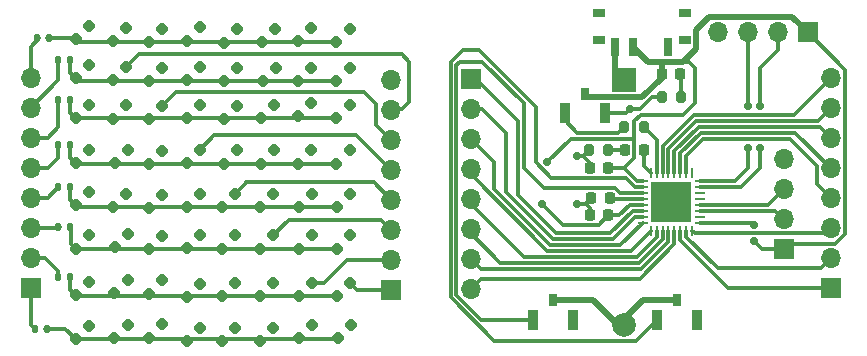
<source format=gbr>
%TF.GenerationSoftware,KiCad,Pcbnew,8.0.7*%
%TF.CreationDate,2025-04-21T23:50:55-03:00*%
%TF.ProjectId,matrixdisplay,6d617472-6978-4646-9973-706c61792e6b,rev?*%
%TF.SameCoordinates,Original*%
%TF.FileFunction,Copper,L1,Top*%
%TF.FilePolarity,Positive*%
%FSLAX46Y46*%
G04 Gerber Fmt 4.6, Leading zero omitted, Abs format (unit mm)*
G04 Created by KiCad (PCBNEW 8.0.7) date 2025-04-21 23:50:55*
%MOMM*%
%LPD*%
G01*
G04 APERTURE LIST*
G04 Aperture macros list*
%AMRoundRect*
0 Rectangle with rounded corners*
0 $1 Rounding radius*
0 $2 $3 $4 $5 $6 $7 $8 $9 X,Y pos of 4 corners*
0 Add a 4 corners polygon primitive as box body*
4,1,4,$2,$3,$4,$5,$6,$7,$8,$9,$2,$3,0*
0 Add four circle primitives for the rounded corners*
1,1,$1+$1,$2,$3*
1,1,$1+$1,$4,$5*
1,1,$1+$1,$6,$7*
1,1,$1+$1,$8,$9*
0 Add four rect primitives between the rounded corners*
20,1,$1+$1,$2,$3,$4,$5,0*
20,1,$1+$1,$4,$5,$6,$7,0*
20,1,$1+$1,$6,$7,$8,$9,0*
20,1,$1+$1,$8,$9,$2,$3,0*%
G04 Aperture macros list end*
%TA.AperFunction,SMDPad,CuDef*%
%ADD10R,1.000000X0.800000*%
%TD*%
%TA.AperFunction,SMDPad,CuDef*%
%ADD11R,0.700000X1.500000*%
%TD*%
%TA.AperFunction,SMDPad,CuDef*%
%ADD12RoundRect,0.135000X0.135000X0.185000X-0.135000X0.185000X-0.135000X-0.185000X0.135000X-0.185000X0*%
%TD*%
%TA.AperFunction,SMDPad,CuDef*%
%ADD13RoundRect,0.135000X-0.135000X-0.185000X0.135000X-0.185000X0.135000X0.185000X-0.135000X0.185000X0*%
%TD*%
%TA.AperFunction,ComponentPad*%
%ADD14O,1.700000X1.700000*%
%TD*%
%TA.AperFunction,ComponentPad*%
%ADD15R,1.700000X1.700000*%
%TD*%
%TA.AperFunction,SMDPad,CuDef*%
%ADD16RoundRect,0.218750X0.026517X-0.335876X0.335876X-0.026517X-0.026517X0.335876X-0.335876X0.026517X0*%
%TD*%
%TA.AperFunction,SMDPad,CuDef*%
%ADD17RoundRect,0.200000X0.200000X0.275000X-0.200000X0.275000X-0.200000X-0.275000X0.200000X-0.275000X0*%
%TD*%
%TA.AperFunction,SMDPad,CuDef*%
%ADD18RoundRect,0.200000X-0.200000X-0.275000X0.200000X-0.275000X0.200000X0.275000X-0.200000X0.275000X0*%
%TD*%
%TA.AperFunction,SMDPad,CuDef*%
%ADD19R,0.800000X1.100000*%
%TD*%
%TA.AperFunction,SMDPad,CuDef*%
%ADD20R,0.900000X1.700000*%
%TD*%
%TA.AperFunction,SMDPad,CuDef*%
%ADD21RoundRect,0.225000X0.225000X0.250000X-0.225000X0.250000X-0.225000X-0.250000X0.225000X-0.250000X0*%
%TD*%
%TA.AperFunction,SMDPad,CuDef*%
%ADD22RoundRect,0.062500X-0.375000X-0.062500X0.375000X-0.062500X0.375000X0.062500X-0.375000X0.062500X0*%
%TD*%
%TA.AperFunction,SMDPad,CuDef*%
%ADD23RoundRect,0.062500X-0.062500X-0.375000X0.062500X-0.375000X0.062500X0.375000X-0.062500X0.375000X0*%
%TD*%
%TA.AperFunction,HeatsinkPad*%
%ADD24R,3.450000X3.450000*%
%TD*%
%TA.AperFunction,SMDPad,CuDef*%
%ADD25RoundRect,0.218750X-0.218750X-0.256250X0.218750X-0.256250X0.218750X0.256250X-0.218750X0.256250X0*%
%TD*%
%TA.AperFunction,SMDPad,CuDef*%
%ADD26RoundRect,0.218750X0.218750X0.256250X-0.218750X0.256250X-0.218750X-0.256250X0.218750X-0.256250X0*%
%TD*%
%TA.AperFunction,ComponentPad*%
%ADD27R,2.000000X2.000000*%
%TD*%
%TA.AperFunction,ComponentPad*%
%ADD28C,2.000000*%
%TD*%
%TA.AperFunction,ViaPad*%
%ADD29C,0.700000*%
%TD*%
%TA.AperFunction,Conductor*%
%ADD30C,0.300000*%
%TD*%
%TA.AperFunction,Conductor*%
%ADD31C,0.500000*%
%TD*%
G04 APERTURE END LIST*
D10*
%TO.P,SW2,*%
%TO.N,*%
X174600000Y-77910000D03*
X174600000Y-75700000D03*
X167300000Y-77910000D03*
X167300000Y-75700000D03*
D11*
%TO.P,SW2,1,A*%
%TO.N,unconnected-(SW2-A-Pad1)*%
X173200000Y-78560000D03*
%TO.P,SW2,2,B*%
%TO.N,+3.3V*%
X170200000Y-78560000D03*
%TO.P,SW2,3,C*%
%TO.N,Net-(BT1-+)*%
X168700000Y-78560000D03*
%TD*%
D12*
%TO.P,R11,1*%
%TO.N,Net-(D11-K)*%
X120760000Y-77800000D03*
%TO.P,R11,2*%
%TO.N,Net-(J6-Pin_8)*%
X119740000Y-77800000D03*
%TD*%
%TO.P,R10,1*%
%TO.N,Net-(D12-K)*%
X122560000Y-79600000D03*
%TO.P,R10,2*%
%TO.N,Net-(J6-Pin_7)*%
X121540000Y-79600000D03*
%TD*%
%TO.P,R9,1*%
%TO.N,Net-(D13-K)*%
X122560000Y-83000000D03*
%TO.P,R9,2*%
%TO.N,Net-(J6-Pin_6)*%
X121540000Y-83000000D03*
%TD*%
%TO.P,R8,1*%
%TO.N,Net-(D14-K)*%
X122560000Y-86800000D03*
%TO.P,R8,2*%
%TO.N,Net-(J6-Pin_5)*%
X121540000Y-86800000D03*
%TD*%
D13*
%TO.P,R7,1*%
%TO.N,Net-(J6-Pin_4)*%
X121540000Y-90400000D03*
%TO.P,R7,2*%
%TO.N,Net-(D15-K)*%
X122560000Y-90400000D03*
%TD*%
%TO.P,R6,1*%
%TO.N,Net-(J6-Pin_3)*%
X121540000Y-93800000D03*
%TO.P,R6,2*%
%TO.N,Net-(D16-K)*%
X122560000Y-93800000D03*
%TD*%
%TO.P,R5,1*%
%TO.N,Net-(J6-Pin_2)*%
X121540000Y-98000000D03*
%TO.P,R5,2*%
%TO.N,Net-(D17-K)*%
X122560000Y-98000000D03*
%TD*%
%TO.P,R4,1*%
%TO.N,Net-(J6-Pin_1)*%
X119540000Y-102400000D03*
%TO.P,R4,2*%
%TO.N,Net-(D10-K)*%
X120560000Y-102400000D03*
%TD*%
D14*
%TO.P,J6,8,Pin_8*%
%TO.N,Net-(J6-Pin_8)*%
X119200000Y-81133153D03*
%TO.P,J6,7,Pin_7*%
%TO.N,Net-(J6-Pin_7)*%
X119200000Y-83673153D03*
%TO.P,J6,6,Pin_6*%
%TO.N,Net-(J6-Pin_6)*%
X119200000Y-86213153D03*
%TO.P,J6,5,Pin_5*%
%TO.N,Net-(J6-Pin_5)*%
X119200000Y-88753153D03*
%TO.P,J6,4,Pin_4*%
%TO.N,Net-(J6-Pin_4)*%
X119200000Y-91293153D03*
%TO.P,J6,3,Pin_3*%
%TO.N,Net-(J6-Pin_3)*%
X119200000Y-93833153D03*
%TO.P,J6,2,Pin_2*%
%TO.N,Net-(J6-Pin_2)*%
X119200000Y-96373153D03*
D15*
%TO.P,J6,1,Pin_1*%
%TO.N,Net-(J6-Pin_1)*%
X119200000Y-98913153D03*
%TD*%
%TO.P,J5,1,Pin_1*%
%TO.N,Net-(D38-A)*%
X149710653Y-99090000D03*
D14*
%TO.P,J5,2,Pin_2*%
%TO.N,Net-(D37-A)*%
X149710653Y-96550000D03*
%TO.P,J5,3,Pin_3*%
%TO.N,Net-(D36-A)*%
X149710653Y-94010000D03*
%TO.P,J5,4,Pin_4*%
%TO.N,Net-(D35-A)*%
X149710653Y-91470000D03*
%TO.P,J5,5,Pin_5*%
%TO.N,Net-(D27-A)*%
X149710653Y-88930000D03*
%TO.P,J5,6,Pin_6*%
%TO.N,Net-(D19-A)*%
X149710653Y-86390000D03*
%TO.P,J5,7,Pin_7*%
%TO.N,Net-(D11-A)*%
X149710653Y-83850000D03*
%TO.P,J5,8,Pin_8*%
%TO.N,Net-(D10-A)*%
X149710653Y-81310000D03*
%TD*%
D16*
%TO.P,D66,2,A*%
%TO.N,Net-(D38-A)*%
X146313694Y-102100000D03*
%TO.P,D66,1,K*%
%TO.N,Net-(D10-K)*%
X145200000Y-103213694D03*
%TD*%
%TO.P,D65,2,A*%
%TO.N,Net-(D37-A)*%
X143006847Y-102043153D03*
%TO.P,D65,1,K*%
%TO.N,Net-(D10-K)*%
X141893153Y-103156847D03*
%TD*%
%TO.P,D64,2,A*%
%TO.N,Net-(D36-A)*%
X139756847Y-102293153D03*
%TO.P,D64,1,K*%
%TO.N,Net-(D10-K)*%
X138643153Y-103406847D03*
%TD*%
%TO.P,D63,2,A*%
%TO.N,Net-(D35-A)*%
X136506847Y-102293153D03*
%TO.P,D63,1,K*%
%TO.N,Net-(D10-K)*%
X135393153Y-103406847D03*
%TD*%
%TO.P,D62,2,A*%
%TO.N,Net-(D38-A)*%
X146256847Y-98493153D03*
%TO.P,D62,1,K*%
%TO.N,Net-(D17-K)*%
X145143153Y-99606847D03*
%TD*%
%TO.P,D61,2,A*%
%TO.N,Net-(D37-A)*%
X143006847Y-98493153D03*
%TO.P,D61,1,K*%
%TO.N,Net-(D17-K)*%
X141893153Y-99606847D03*
%TD*%
%TO.P,D60,2,A*%
%TO.N,Net-(D36-A)*%
X139756847Y-98493153D03*
%TO.P,D60,1,K*%
%TO.N,Net-(D17-K)*%
X138643153Y-99606847D03*
%TD*%
%TO.P,D59,2,A*%
%TO.N,Net-(D35-A)*%
X136506847Y-98493153D03*
%TO.P,D59,1,K*%
%TO.N,Net-(D17-K)*%
X135393153Y-99606847D03*
%TD*%
%TO.P,D58,2,A*%
%TO.N,Net-(D38-A)*%
X146256847Y-94493153D03*
%TO.P,D58,1,K*%
%TO.N,Net-(D16-K)*%
X145143153Y-95606847D03*
%TD*%
%TO.P,D57,2,A*%
%TO.N,Net-(D37-A)*%
X143006847Y-94493153D03*
%TO.P,D57,1,K*%
%TO.N,Net-(D16-K)*%
X141893153Y-95606847D03*
%TD*%
%TO.P,D56,2,A*%
%TO.N,Net-(D36-A)*%
X139756847Y-94493153D03*
%TO.P,D56,1,K*%
%TO.N,Net-(D16-K)*%
X138643153Y-95606847D03*
%TD*%
%TO.P,D55,2,A*%
%TO.N,Net-(D35-A)*%
X136506847Y-94493153D03*
%TO.P,D55,1,K*%
%TO.N,Net-(D16-K)*%
X135393153Y-95606847D03*
%TD*%
%TO.P,D54,2,A*%
%TO.N,Net-(D38-A)*%
X146256847Y-90993153D03*
%TO.P,D54,1,K*%
%TO.N,Net-(D15-K)*%
X145143153Y-92106847D03*
%TD*%
%TO.P,D53,2,A*%
%TO.N,Net-(D37-A)*%
X143006847Y-90993153D03*
%TO.P,D53,1,K*%
%TO.N,Net-(D15-K)*%
X141893153Y-92106847D03*
%TD*%
%TO.P,D52,2,A*%
%TO.N,Net-(D36-A)*%
X139756847Y-90993153D03*
%TO.P,D52,1,K*%
%TO.N,Net-(D15-K)*%
X138643153Y-92106847D03*
%TD*%
%TO.P,D51,2,A*%
%TO.N,Net-(D35-A)*%
X136506847Y-90993153D03*
%TO.P,D51,1,K*%
%TO.N,Net-(D15-K)*%
X135393153Y-92106847D03*
%TD*%
%TO.P,D50,2,A*%
%TO.N,Net-(D38-A)*%
X146200000Y-87300000D03*
%TO.P,D50,1,K*%
%TO.N,Net-(D14-K)*%
X145086306Y-88413694D03*
%TD*%
%TO.P,D49,2,A*%
%TO.N,Net-(D37-A)*%
X142950000Y-87300000D03*
%TO.P,D49,1,K*%
%TO.N,Net-(D14-K)*%
X141836306Y-88413694D03*
%TD*%
%TO.P,D48,2,A*%
%TO.N,Net-(D36-A)*%
X139813694Y-87300000D03*
%TO.P,D48,1,K*%
%TO.N,Net-(D14-K)*%
X138700000Y-88413694D03*
%TD*%
%TO.P,D47,2,A*%
%TO.N,Net-(D35-A)*%
X136700000Y-87300000D03*
%TO.P,D47,1,K*%
%TO.N,Net-(D14-K)*%
X135586306Y-88413694D03*
%TD*%
%TO.P,D46,2,A*%
%TO.N,Net-(D38-A)*%
X146200000Y-83443153D03*
%TO.P,D46,1,K*%
%TO.N,Net-(D13-K)*%
X145086306Y-84556847D03*
%TD*%
%TO.P,D45,2,A*%
%TO.N,Net-(D37-A)*%
X142950000Y-83300000D03*
%TO.P,D45,1,K*%
%TO.N,Net-(D13-K)*%
X141836306Y-84413694D03*
%TD*%
%TO.P,D44,2,A*%
%TO.N,Net-(D36-A)*%
X139813694Y-83436306D03*
%TO.P,D44,1,K*%
%TO.N,Net-(D13-K)*%
X138700000Y-84550000D03*
%TD*%
%TO.P,D43,2,A*%
%TO.N,Net-(D35-A)*%
X136700000Y-83550000D03*
%TO.P,D43,1,K*%
%TO.N,Net-(D13-K)*%
X135586306Y-84663694D03*
%TD*%
%TO.P,D42,2,A*%
%TO.N,Net-(D38-A)*%
X146200000Y-80300000D03*
%TO.P,D42,1,K*%
%TO.N,Net-(D12-K)*%
X145086306Y-81413694D03*
%TD*%
%TO.P,D41,2,A*%
%TO.N,Net-(D37-A)*%
X142950000Y-80300000D03*
%TO.P,D41,1,K*%
%TO.N,Net-(D12-K)*%
X141836306Y-81413694D03*
%TD*%
%TO.P,D40,2,A*%
%TO.N,Net-(D36-A)*%
X139950000Y-80300000D03*
%TO.P,D40,1,K*%
%TO.N,Net-(D12-K)*%
X138836306Y-81413694D03*
%TD*%
%TO.P,D39,2,A*%
%TO.N,Net-(D35-A)*%
X136700000Y-80300000D03*
%TO.P,D39,1,K*%
%TO.N,Net-(D12-K)*%
X135586306Y-81413694D03*
%TD*%
%TO.P,D38,1,K*%
%TO.N,Net-(D11-K)*%
X145086306Y-78106846D03*
%TO.P,D38,2,A*%
%TO.N,Net-(D38-A)*%
X146200000Y-76993152D03*
%TD*%
%TO.P,D37,1,K*%
%TO.N,Net-(D11-K)*%
X141836306Y-78050000D03*
%TO.P,D37,2,A*%
%TO.N,Net-(D37-A)*%
X142950000Y-76936306D03*
%TD*%
%TO.P,D36,1,K*%
%TO.N,Net-(D11-K)*%
X138774458Y-78106847D03*
%TO.P,D36,2,A*%
%TO.N,Net-(D36-A)*%
X139888152Y-76993153D03*
%TD*%
%TO.P,D35,2,A*%
%TO.N,Net-(D35-A)*%
X136700000Y-77050000D03*
%TO.P,D35,1,K*%
%TO.N,Net-(D11-K)*%
X135586306Y-78163694D03*
%TD*%
%TO.P,D34,2,A*%
%TO.N,Net-(D27-A)*%
X133506847Y-102316847D03*
%TO.P,D34,1,K*%
%TO.N,Net-(D10-K)*%
X132393153Y-103430541D03*
%TD*%
%TO.P,D33,2,A*%
%TO.N,Net-(D27-A)*%
X133506847Y-98581847D03*
%TO.P,D33,1,K*%
%TO.N,Net-(D17-K)*%
X132393153Y-99695541D03*
%TD*%
%TO.P,D32,2,A*%
%TO.N,Net-(D27-A)*%
X133506847Y-94460000D03*
%TO.P,D32,1,K*%
%TO.N,Net-(D16-K)*%
X132393153Y-95573694D03*
%TD*%
%TO.P,D31,2,A*%
%TO.N,Net-(D27-A)*%
X133506847Y-90960000D03*
%TO.P,D31,1,K*%
%TO.N,Net-(D15-K)*%
X132393153Y-92073694D03*
%TD*%
%TO.P,D30,2,A*%
%TO.N,Net-(D27-A)*%
X133506847Y-87230000D03*
%TO.P,D30,1,K*%
%TO.N,Net-(D14-K)*%
X132393153Y-88343694D03*
%TD*%
%TO.P,D29,2,A*%
%TO.N,Net-(D27-A)*%
X133506847Y-83455000D03*
%TO.P,D29,1,K*%
%TO.N,Net-(D13-K)*%
X132393153Y-84568694D03*
%TD*%
%TO.P,D28,2,A*%
%TO.N,Net-(D27-A)*%
X133506847Y-80210000D03*
%TO.P,D28,1,K*%
%TO.N,Net-(D12-K)*%
X132393153Y-81323694D03*
%TD*%
%TO.P,D27,2,A*%
%TO.N,Net-(D27-A)*%
X133506847Y-76885000D03*
%TO.P,D27,1,K*%
%TO.N,Net-(D11-K)*%
X132393153Y-77998694D03*
%TD*%
%TO.P,D26,2,A*%
%TO.N,Net-(D19-A)*%
X130351194Y-102035000D03*
%TO.P,D26,1,K*%
%TO.N,Net-(D10-K)*%
X129237500Y-103148694D03*
%TD*%
%TO.P,D25,2,A*%
%TO.N,Net-(D19-A)*%
X130351194Y-98300000D03*
%TO.P,D25,1,K*%
%TO.N,Net-(D17-K)*%
X129237500Y-99413694D03*
%TD*%
%TO.P,D24,1,K*%
%TO.N,Net-(D16-K)*%
X129237500Y-95671847D03*
%TO.P,D24,2,A*%
%TO.N,Net-(D19-A)*%
X130351194Y-94558153D03*
%TD*%
%TO.P,D23,2,A*%
%TO.N,Net-(D19-A)*%
X130351194Y-91058153D03*
%TO.P,D23,1,K*%
%TO.N,Net-(D15-K)*%
X129237500Y-92171847D03*
%TD*%
%TO.P,D22,2,A*%
%TO.N,Net-(D19-A)*%
X130351194Y-87328153D03*
%TO.P,D22,1,K*%
%TO.N,Net-(D14-K)*%
X129237500Y-88441847D03*
%TD*%
%TO.P,D21,2,A*%
%TO.N,Net-(D19-A)*%
X130351194Y-83553153D03*
%TO.P,D21,1,K*%
%TO.N,Net-(D13-K)*%
X129237500Y-84666847D03*
%TD*%
%TO.P,D20,2,A*%
%TO.N,Net-(D19-A)*%
X130351194Y-80308153D03*
%TO.P,D20,1,K*%
%TO.N,Net-(D12-K)*%
X129237500Y-81421847D03*
%TD*%
%TO.P,D19,2,A*%
%TO.N,Net-(D19-A)*%
X130351194Y-76983153D03*
%TO.P,D19,1,K*%
%TO.N,Net-(D11-K)*%
X129237500Y-78096847D03*
%TD*%
%TO.P,D18,2,A*%
%TO.N,Net-(D11-A)*%
X127406847Y-102043153D03*
%TO.P,D18,1,K*%
%TO.N,Net-(D10-K)*%
X126293153Y-103156847D03*
%TD*%
%TO.P,D17,2,A*%
%TO.N,Net-(D11-A)*%
X127406847Y-98243153D03*
%TO.P,D17,1,K*%
%TO.N,Net-(D17-K)*%
X126293153Y-99356847D03*
%TD*%
%TO.P,D16,2,A*%
%TO.N,Net-(D11-A)*%
X127449347Y-94353153D03*
%TO.P,D16,1,K*%
%TO.N,Net-(D16-K)*%
X126335653Y-95466847D03*
%TD*%
%TO.P,D15,1,K*%
%TO.N,Net-(D15-K)*%
X126143153Y-92106847D03*
%TO.P,D15,2,A*%
%TO.N,Net-(D11-A)*%
X127256847Y-90993153D03*
%TD*%
%TO.P,D14,2,A*%
%TO.N,Net-(D11-A)*%
X127449347Y-87243153D03*
%TO.P,D14,1,K*%
%TO.N,Net-(D14-K)*%
X126335653Y-88356847D03*
%TD*%
%TO.P,D13,2,A*%
%TO.N,Net-(D11-A)*%
X127256847Y-83493153D03*
%TO.P,D13,1,K*%
%TO.N,Net-(D13-K)*%
X126143153Y-84606847D03*
%TD*%
%TO.P,D12,2,A*%
%TO.N,Net-(D11-A)*%
X127256847Y-80248153D03*
%TO.P,D12,1,K*%
%TO.N,Net-(D12-K)*%
X126143153Y-81361847D03*
%TD*%
%TO.P,D11,2,A*%
%TO.N,Net-(D11-A)*%
X127256847Y-76923153D03*
%TO.P,D11,1,K*%
%TO.N,Net-(D11-K)*%
X126143153Y-78036847D03*
%TD*%
%TO.P,D10,2,A*%
%TO.N,Net-(D10-A)*%
X124126194Y-102175000D03*
%TO.P,D10,1,K*%
%TO.N,Net-(D10-K)*%
X123012500Y-103288694D03*
%TD*%
%TO.P,D9,2,A*%
%TO.N,Net-(D10-A)*%
X124126194Y-98440000D03*
%TO.P,D9,1,K*%
%TO.N,Net-(D17-K)*%
X123012500Y-99553694D03*
%TD*%
%TO.P,D8,2,A*%
%TO.N,Net-(D10-A)*%
X124126194Y-94493153D03*
%TO.P,D8,1,K*%
%TO.N,Net-(D16-K)*%
X123012500Y-95606847D03*
%TD*%
%TO.P,D7,2,A*%
%TO.N,Net-(D10-A)*%
X124126194Y-90818153D03*
%TO.P,D7,1,K*%
%TO.N,Net-(D15-K)*%
X123012500Y-91931847D03*
%TD*%
%TO.P,D6,2,A*%
%TO.N,Net-(D10-A)*%
X124126194Y-87243153D03*
%TO.P,D6,1,K*%
%TO.N,Net-(D14-K)*%
X123012500Y-88356847D03*
%TD*%
%TO.P,D5,2,A*%
%TO.N,Net-(D10-A)*%
X124126194Y-83443153D03*
%TO.P,D5,1,K*%
%TO.N,Net-(D13-K)*%
X123012500Y-84556847D03*
%TD*%
%TO.P,D4,2,A*%
%TO.N,Net-(D10-A)*%
X124126194Y-80068153D03*
%TO.P,D4,1,K*%
%TO.N,Net-(D12-K)*%
X123012500Y-81181847D03*
%TD*%
%TO.P,D3,2,A*%
%TO.N,Net-(D10-A)*%
X124126194Y-76743153D03*
%TO.P,D3,1,K*%
%TO.N,Net-(D11-K)*%
X123012500Y-77856847D03*
%TD*%
D14*
%TO.P,J3,4,Pin_4*%
%TO.N,GND*%
X177370000Y-77300000D03*
%TO.P,J3,3,Pin_3*%
%TO.N,Net-(J3-Pin_3)*%
X179910000Y-77300000D03*
%TO.P,J3,2,Pin_2*%
%TO.N,Net-(J3-Pin_2)*%
X182450000Y-77300000D03*
D15*
%TO.P,J3,1,Pin_1*%
%TO.N,+3.3V*%
X184990000Y-77300000D03*
%TD*%
D14*
%TO.P,J2,8,Pin_8*%
%TO.N,Net-(J2-Pin_8)*%
X186950000Y-81180000D03*
%TO.P,J2,7,Pin_7*%
%TO.N,Net-(J2-Pin_7)*%
X186950000Y-83720000D03*
%TO.P,J2,6,Pin_6*%
%TO.N,Net-(J2-Pin_6)*%
X186950000Y-86260000D03*
%TO.P,J2,5,Pin_5*%
%TO.N,Net-(J2-Pin_5)*%
X186950000Y-88800000D03*
%TO.P,J2,4,Pin_4*%
%TO.N,Net-(J2-Pin_4)*%
X186950000Y-91340000D03*
%TO.P,J2,3,Pin_3*%
%TO.N,Net-(J2-Pin_3)*%
X186950000Y-93880000D03*
%TO.P,J2,2,Pin_2*%
%TO.N,Net-(J2-Pin_2)*%
X186950000Y-96420000D03*
D15*
%TO.P,J2,1,Pin_1*%
%TO.N,Net-(J2-Pin_1)*%
X186950000Y-98960000D03*
%TD*%
D17*
%TO.P,R2,1*%
%TO.N,Net-(D1-K)*%
X174275000Y-82800000D03*
%TO.P,R2,2*%
%TO.N,GND*%
X172625000Y-82800000D03*
%TD*%
D18*
%TO.P,R3,2*%
%TO.N,Net-(D2-K)*%
X168100000Y-87300000D03*
%TO.P,R3,1*%
%TO.N,GND*%
X166450000Y-87300000D03*
%TD*%
D19*
%TO.P,SW1,3,C*%
%TO.N,+3.3V*%
X166100000Y-82480000D03*
D20*
%TO.P,SW1,2,B*%
%TO.N,Net-(SW1-B)*%
X164400000Y-84120000D03*
%TO.P,SW1,1,A*%
%TO.N,GND*%
X167800000Y-84120000D03*
%TD*%
D21*
%TO.P,C3,2*%
%TO.N,GND*%
X166675000Y-91300000D03*
%TO.P,C3,1*%
%TO.N,Net-(U1-NRST)*%
X168225000Y-91300000D03*
%TD*%
D18*
%TO.P,R1,2*%
%TO.N,Net-(U1-BOOT0)*%
X171100000Y-85300000D03*
%TO.P,R1,1*%
%TO.N,Net-(SW1-B)*%
X169450000Y-85300000D03*
%TD*%
D19*
%TO.P,SW3,3,C*%
%TO.N,GND*%
X173950000Y-99980000D03*
D20*
%TO.P,SW3,2,B*%
%TO.N,Net-(SW3-B)*%
X172250000Y-101620000D03*
%TO.P,SW3,1,A*%
%TO.N,unconnected-(SW3-A-Pad1)*%
X175650000Y-101620000D03*
%TD*%
D22*
%TO.P,U1,1,VDD*%
%TO.N,+3.3V*%
X171012500Y-89900000D03*
%TO.P,U1,2,PF0*%
%TO.N,Net-(SW3-B)*%
X171012500Y-90400000D03*
%TO.P,U1,3,PF1*%
%TO.N,Net-(SW4-B)*%
X171012500Y-90900000D03*
%TO.P,U1,4,NRST*%
%TO.N,Net-(U1-NRST)*%
X171012500Y-91400000D03*
%TO.P,U1,5,VDDA*%
%TO.N,+3.3V*%
X171012500Y-91900000D03*
%TO.P,U1,6,PA0*%
%TO.N,Net-(J1-Pin_1)*%
X171012500Y-92400000D03*
%TO.P,U1,7,PA1*%
%TO.N,Net-(J1-Pin_2)*%
X171012500Y-92900000D03*
%TO.P,U1,8,PA2*%
%TO.N,Net-(J1-Pin_3)*%
X171012500Y-93400000D03*
D23*
%TO.P,U1,9,PA3*%
%TO.N,Net-(J1-Pin_4)*%
X171700000Y-94087500D03*
%TO.P,U1,10,PA4*%
%TO.N,Net-(J1-Pin_5)*%
X172200000Y-94087500D03*
%TO.P,U1,11,PA5*%
%TO.N,Net-(J1-Pin_6)*%
X172700000Y-94087500D03*
%TO.P,U1,12,PA6*%
%TO.N,Net-(J1-Pin_7)*%
X173200000Y-94087500D03*
%TO.P,U1,13,PA7*%
%TO.N,Net-(J1-Pin_8)*%
X173700000Y-94087500D03*
%TO.P,U1,14,PB0*%
%TO.N,Net-(J2-Pin_1)*%
X174200000Y-94087500D03*
%TO.P,U1,15,PB1*%
%TO.N,Net-(J2-Pin_2)*%
X174700000Y-94087500D03*
%TO.P,U1,16,PB2*%
%TO.N,Net-(J2-Pin_3)*%
X175200000Y-94087500D03*
D22*
%TO.P,U1,17,VDD*%
%TO.N,+3.3V*%
X175887500Y-93400000D03*
%TO.P,U1,18,PA8*%
%TO.N,unconnected-(U1-PA8-Pad18)*%
X175887500Y-92900000D03*
%TO.P,U1,19,PA9*%
%TO.N,Net-(J4-Pin_2)*%
X175887500Y-92400000D03*
%TO.P,U1,20,PA10*%
%TO.N,Net-(J4-Pin_3)*%
X175887500Y-91900000D03*
%TO.P,U1,21,PA11*%
%TO.N,unconnected-(U1-PA11-Pad21)*%
X175887500Y-91400000D03*
%TO.P,U1,22,PA12*%
%TO.N,unconnected-(U1-PA12-Pad22)*%
X175887500Y-90900000D03*
%TO.P,U1,23,PA13*%
%TO.N,Net-(J3-Pin_2)*%
X175887500Y-90400000D03*
%TO.P,U1,24,PA14*%
%TO.N,Net-(J3-Pin_3)*%
X175887500Y-89900000D03*
D23*
%TO.P,U1,25,PA15*%
%TO.N,unconnected-(U1-PA15-Pad25)*%
X175200000Y-89212500D03*
%TO.P,U1,26,PB3*%
%TO.N,Net-(J2-Pin_4)*%
X174700000Y-89212500D03*
%TO.P,U1,27,PB4*%
%TO.N,Net-(J2-Pin_5)*%
X174200000Y-89212500D03*
%TO.P,U1,28,PB5*%
%TO.N,Net-(J2-Pin_6)*%
X173700000Y-89212500D03*
%TO.P,U1,29,PB6*%
%TO.N,Net-(J2-Pin_7)*%
X173200000Y-89212500D03*
%TO.P,U1,30,PB7*%
%TO.N,Net-(J2-Pin_8)*%
X172700000Y-89212500D03*
%TO.P,U1,31,BOOT0*%
%TO.N,Net-(U1-BOOT0)*%
X172200000Y-89212500D03*
%TO.P,U1,32,PB8*%
%TO.N,Net-(D2-A)*%
X171700000Y-89212500D03*
D24*
%TO.P,U1,33,VSS*%
%TO.N,GND*%
X173450000Y-91650000D03*
%TD*%
D15*
%TO.P,J1,1,Pin_1*%
%TO.N,Net-(J1-Pin_1)*%
X156450000Y-81260000D03*
D14*
%TO.P,J1,2,Pin_2*%
%TO.N,Net-(J1-Pin_2)*%
X156450000Y-83800000D03*
%TO.P,J1,3,Pin_3*%
%TO.N,Net-(J1-Pin_3)*%
X156450000Y-86340000D03*
%TO.P,J1,4,Pin_4*%
%TO.N,Net-(J1-Pin_4)*%
X156450000Y-88880000D03*
%TO.P,J1,5,Pin_5*%
%TO.N,Net-(J1-Pin_5)*%
X156450000Y-91420000D03*
%TO.P,J1,6,Pin_6*%
%TO.N,Net-(J1-Pin_6)*%
X156450000Y-93960000D03*
%TO.P,J1,7,Pin_7*%
%TO.N,Net-(J1-Pin_7)*%
X156450000Y-96500000D03*
%TO.P,J1,8,Pin_8*%
%TO.N,Net-(J1-Pin_8)*%
X156450000Y-99040000D03*
%TD*%
D21*
%TO.P,C1,2*%
%TO.N,GND*%
X166550000Y-88800000D03*
%TO.P,C1,1*%
%TO.N,+3.3V*%
X168100000Y-88800000D03*
%TD*%
D14*
%TO.P,J4,4,Pin_4*%
%TO.N,GND*%
X182950000Y-88020000D03*
%TO.P,J4,3,Pin_3*%
%TO.N,Net-(J4-Pin_3)*%
X182950000Y-90560000D03*
%TO.P,J4,2,Pin_2*%
%TO.N,Net-(J4-Pin_2)*%
X182950000Y-93100000D03*
D15*
%TO.P,J4,1,Pin_1*%
%TO.N,+3.3V*%
X182950000Y-95640000D03*
%TD*%
D25*
%TO.P,D2,2,A*%
%TO.N,Net-(D2-A)*%
X171100000Y-87300000D03*
%TO.P,D2,1,K*%
%TO.N,Net-(D2-K)*%
X169525000Y-87300000D03*
%TD*%
D21*
%TO.P,C2,2*%
%TO.N,GND*%
X166550000Y-92800000D03*
%TO.P,C2,1*%
%TO.N,+3.3V*%
X168100000Y-92800000D03*
%TD*%
D26*
%TO.P,D1,1,K*%
%TO.N,Net-(D1-K)*%
X174200000Y-80800000D03*
%TO.P,D1,2,A*%
%TO.N,+3.3V*%
X172625000Y-80800000D03*
%TD*%
D19*
%TO.P,SW4,3,C*%
%TO.N,GND*%
X163450000Y-99980000D03*
D20*
%TO.P,SW4,2,B*%
%TO.N,Net-(SW4-B)*%
X161750000Y-101620000D03*
%TO.P,SW4,1,A*%
%TO.N,unconnected-(SW4-A-Pad1)*%
X165150000Y-101620000D03*
%TD*%
D27*
%TO.P,BT1,1,+*%
%TO.N,Net-(BT1-+)*%
X169450000Y-81300000D03*
D28*
%TO.P,BT1,2,-*%
%TO.N,GND*%
X169450000Y-102100000D03*
%TD*%
D29*
%TO.N,Net-(D38-A)*%
X146313694Y-102100000D03*
%TO.N,Net-(D37-A)*%
X143006847Y-102043153D03*
%TO.N,Net-(D36-A)*%
X139756847Y-102293153D03*
%TO.N,Net-(D35-A)*%
X136506847Y-102293153D03*
%TO.N,Net-(D27-A)*%
X133506847Y-102316847D03*
%TO.N,Net-(D19-A)*%
X130351194Y-102035000D03*
%TO.N,Net-(D11-A)*%
X127406847Y-102043153D03*
%TO.N,Net-(D10-A)*%
X124126194Y-102175000D03*
%TO.N,Net-(D11-A)*%
X127406847Y-98243153D03*
%TO.N,Net-(D38-A)*%
X146256847Y-98493153D03*
%TO.N,Net-(D37-A)*%
X143006847Y-98493153D03*
%TO.N,Net-(D36-A)*%
X139756847Y-98493153D03*
%TO.N,Net-(D35-A)*%
X136506847Y-98493153D03*
%TO.N,Net-(D27-A)*%
X133506847Y-98581847D03*
%TO.N,Net-(D19-A)*%
X130351194Y-98300000D03*
%TO.N,Net-(D10-A)*%
X124126194Y-98440000D03*
X124126194Y-94493153D03*
%TO.N,Net-(D11-A)*%
X127449347Y-94353153D03*
%TO.N,Net-(D19-A)*%
X130351194Y-94558153D03*
%TO.N,Net-(D27-A)*%
X133506847Y-94460000D03*
%TO.N,Net-(D35-A)*%
X136506847Y-94493153D03*
%TO.N,Net-(D36-A)*%
X139756847Y-94493153D03*
%TO.N,Net-(D37-A)*%
X143006847Y-94493153D03*
%TO.N,Net-(D38-A)*%
X146256847Y-94493153D03*
X146256847Y-90993153D03*
%TO.N,Net-(D37-A)*%
X143006847Y-90993153D03*
%TO.N,Net-(D36-A)*%
X139756847Y-90993153D03*
%TO.N,Net-(D35-A)*%
X136506847Y-90993153D03*
%TO.N,Net-(D27-A)*%
X133506847Y-90960000D03*
%TO.N,Net-(D19-A)*%
X130351194Y-91058153D03*
%TO.N,Net-(D11-A)*%
X127256847Y-90993153D03*
%TO.N,Net-(D10-A)*%
X124126194Y-90818153D03*
X124126194Y-87243153D03*
%TO.N,Net-(D11-A)*%
X127449347Y-87243153D03*
%TO.N,Net-(D19-A)*%
X130351194Y-87328153D03*
%TO.N,Net-(D27-A)*%
X133506847Y-87230000D03*
%TO.N,Net-(D35-A)*%
X136700000Y-87300000D03*
%TO.N,Net-(D36-A)*%
X139813694Y-87300000D03*
%TO.N,Net-(D37-A)*%
X142950000Y-87300000D03*
%TO.N,Net-(D38-A)*%
X146200000Y-87300000D03*
X146200000Y-83443153D03*
%TO.N,Net-(D37-A)*%
X142950000Y-83300000D03*
%TO.N,Net-(D36-A)*%
X139813694Y-83436306D03*
%TO.N,Net-(D35-A)*%
X136700000Y-83550000D03*
%TO.N,Net-(D27-A)*%
X133506847Y-83455000D03*
%TO.N,Net-(D19-A)*%
X130351194Y-83553153D03*
%TO.N,Net-(D11-A)*%
X127256847Y-83493153D03*
%TO.N,Net-(D10-A)*%
X124126194Y-83443153D03*
X124126194Y-80068153D03*
%TO.N,Net-(D11-A)*%
X127256847Y-80248153D03*
%TO.N,Net-(D19-A)*%
X130351194Y-80308153D03*
%TO.N,Net-(D35-A)*%
X136700000Y-80300000D03*
%TO.N,Net-(D27-A)*%
X133506847Y-80210000D03*
%TO.N,Net-(D36-A)*%
X139950000Y-80300000D03*
%TO.N,Net-(D37-A)*%
X142950000Y-80300000D03*
%TO.N,Net-(D38-A)*%
X146200000Y-80300000D03*
X146200000Y-76993152D03*
%TO.N,Net-(D37-A)*%
X142950000Y-76936306D03*
%TO.N,Net-(D36-A)*%
X139888152Y-76993153D03*
%TO.N,Net-(D35-A)*%
X136700000Y-77050000D03*
%TO.N,Net-(D27-A)*%
X133506847Y-76885000D03*
%TO.N,Net-(D19-A)*%
X130351194Y-76983153D03*
%TO.N,Net-(D11-A)*%
X127256847Y-76923153D03*
%TO.N,Net-(D10-A)*%
X124126194Y-76743153D03*
%TO.N,+3.3V*%
X162450000Y-91800000D03*
X162950000Y-88300000D03*
X180450000Y-95000000D03*
X180450000Y-93600000D03*
%TO.N,Net-(J3-Pin_2)*%
X180950000Y-87050000D03*
%TO.N,Net-(J3-Pin_3)*%
X179950000Y-87050000D03*
X179910000Y-83550000D03*
%TO.N,Net-(J3-Pin_2)*%
X180950000Y-83550000D03*
%TO.N,GND*%
X173450000Y-91650000D03*
X165450000Y-91800000D03*
X165450000Y-87800000D03*
X169950000Y-83800000D03*
%TD*%
D30*
%TO.N,Net-(J6-Pin_1)*%
X119200000Y-102060000D02*
X119540000Y-102400000D01*
X119200000Y-98913153D02*
X119200000Y-102060000D01*
%TO.N,Net-(J6-Pin_2)*%
X121540000Y-97490000D02*
X121540000Y-98000000D01*
X120423153Y-96373153D02*
X121540000Y-97490000D01*
X119200000Y-96373153D02*
X120423153Y-96373153D01*
%TO.N,Net-(D17-K)*%
X122560000Y-98000000D02*
X122560000Y-99101194D01*
X122560000Y-99101194D02*
X123012500Y-99553694D01*
%TO.N,Net-(D16-K)*%
X122650000Y-95244347D02*
X123012500Y-95606847D01*
X122650000Y-93890000D02*
X122650000Y-95244347D01*
X122560000Y-93800000D02*
X122650000Y-93890000D01*
%TO.N,Net-(D15-K)*%
X122560000Y-90400000D02*
X122560000Y-91479347D01*
X122560000Y-91479347D02*
X123012500Y-91931847D01*
%TO.N,Net-(J6-Pin_6)*%
X121540000Y-85310000D02*
X121540000Y-83000000D01*
X120636847Y-86213153D02*
X121540000Y-85310000D01*
X119200000Y-86213153D02*
X120636847Y-86213153D01*
%TO.N,Net-(J6-Pin_4)*%
X120646847Y-91293153D02*
X121540000Y-90400000D01*
X119200000Y-91293153D02*
X120646847Y-91293153D01*
%TO.N,Net-(D14-K)*%
X122560000Y-86800000D02*
X122560000Y-87904347D01*
X122560000Y-87904347D02*
X123012500Y-88356847D01*
%TO.N,Net-(J6-Pin_5)*%
X121540000Y-87910000D02*
X121540000Y-86800000D01*
X119200000Y-88753153D02*
X120696847Y-88753153D01*
X120696847Y-88753153D02*
X121540000Y-87910000D01*
%TO.N,Net-(D13-K)*%
X122560000Y-83000000D02*
X122560000Y-84104347D01*
X122560000Y-84104347D02*
X123012500Y-84556847D01*
%TO.N,Net-(D12-K)*%
X122560000Y-80729347D02*
X123012500Y-81181847D01*
X122560000Y-79600000D02*
X122560000Y-80729347D01*
%TO.N,Net-(D13-K)*%
X123012500Y-84556847D02*
X145086306Y-84556847D01*
%TO.N,Net-(D14-K)*%
X123069347Y-88413694D02*
X123012500Y-88356847D01*
X145086306Y-88413694D02*
X123069347Y-88413694D01*
%TO.N,Net-(D15-K)*%
X123187500Y-92106847D02*
X145143153Y-92106847D01*
X123012500Y-91931847D02*
X123187500Y-92106847D01*
%TO.N,Net-(D16-K)*%
X123012500Y-95606847D02*
X145143153Y-95606847D01*
%TO.N,Net-(D17-K)*%
X122863694Y-99600000D02*
X122856847Y-99606847D01*
X145136306Y-99600000D02*
X122863694Y-99600000D01*
X145143153Y-99606847D02*
X145136306Y-99600000D01*
%TO.N,Net-(D11-K)*%
X122955653Y-77800000D02*
X123012500Y-77856847D01*
X120570000Y-77800000D02*
X122955653Y-77800000D01*
%TO.N,Net-(D10-K)*%
X122123806Y-102400000D02*
X123012500Y-103288694D01*
X120370000Y-102400000D02*
X122123806Y-102400000D01*
%TO.N,Net-(J6-Pin_3)*%
X121616847Y-93833153D02*
X121650000Y-93800000D01*
X119200000Y-93833153D02*
X121616847Y-93833153D01*
%TO.N,Net-(J6-Pin_7)*%
X121530000Y-81320000D02*
X121530000Y-80000000D01*
X121450000Y-81400000D02*
X121530000Y-81320000D01*
X121450000Y-81423153D02*
X121450000Y-81400000D01*
X119200000Y-83673153D02*
X121450000Y-81423153D01*
%TO.N,Net-(J6-Pin_8)*%
X119200000Y-81133153D02*
X119200000Y-78530000D01*
X119200000Y-78530000D02*
X119930000Y-77800000D01*
%TO.N,Net-(D37-A)*%
X144056847Y-98493153D02*
X146000000Y-96550000D01*
X143006847Y-98493153D02*
X144056847Y-98493153D01*
X146000000Y-96550000D02*
X149710653Y-96550000D01*
%TO.N,Net-(D38-A)*%
X146853694Y-99090000D02*
X146256847Y-98493153D01*
X149710653Y-99090000D02*
X146853694Y-99090000D01*
%TO.N,Net-(D36-A)*%
X148900653Y-93200000D02*
X149710653Y-94010000D01*
X141050000Y-93200000D02*
X148900653Y-93200000D01*
X139756847Y-94493153D02*
X141050000Y-93200000D01*
%TO.N,Net-(D35-A)*%
X137450000Y-90050000D02*
X136506847Y-90993153D01*
X148240653Y-90000000D02*
X137450000Y-90000000D01*
X137450000Y-90000000D02*
X137450000Y-90050000D01*
X149710653Y-91470000D02*
X148240653Y-90000000D01*
%TO.N,Net-(D27-A)*%
X134736847Y-86000000D02*
X133506847Y-87230000D01*
X146780653Y-86000000D02*
X134736847Y-86000000D01*
X149710653Y-88930000D02*
X146780653Y-86000000D01*
%TO.N,Net-(D19-A)*%
X148450000Y-83400000D02*
X147441089Y-82391089D01*
X147441089Y-82391089D02*
X131513258Y-82391089D01*
X131513258Y-82391089D02*
X130351194Y-83553153D01*
X148450000Y-85129347D02*
X148450000Y-83400000D01*
X149710653Y-86390000D02*
X148450000Y-85129347D01*
%TO.N,Net-(D11-A)*%
X128345758Y-79159242D02*
X127256847Y-80248153D01*
X151250000Y-79800000D02*
X150609242Y-79159242D01*
X150650000Y-83800000D02*
X151250000Y-83200000D01*
X150609242Y-79159242D02*
X128345758Y-79159242D01*
X149760653Y-83800000D02*
X150650000Y-83800000D01*
X149710653Y-83850000D02*
X149760653Y-83800000D01*
X151250000Y-83200000D02*
X151250000Y-79800000D01*
%TO.N,Net-(D10-K)*%
X145125000Y-103288694D02*
X145200000Y-103213694D01*
X123012500Y-103288694D02*
X145125000Y-103288694D01*
%TO.N,Net-(J6-Pin_5)*%
X119539459Y-88413694D02*
X119200000Y-88753153D01*
%TO.N,Net-(D12-K)*%
X123244347Y-81413694D02*
X123012500Y-81181847D01*
X145086306Y-81413694D02*
X123244347Y-81413694D01*
%TO.N,Net-(J6-Pin_8)*%
X119736194Y-81133153D02*
X119200000Y-81133153D01*
%TO.N,Net-(D11-K)*%
X123262499Y-78106846D02*
X123012500Y-77856847D01*
X145086306Y-78106846D02*
X123262499Y-78106846D01*
X129237500Y-78096847D02*
X129746847Y-78096847D01*
X125963153Y-77856847D02*
X126143153Y-78036847D01*
%TO.N,+3.3V*%
X174967698Y-79800000D02*
X174450000Y-79800000D01*
X175450000Y-80282302D02*
X174967698Y-79800000D01*
X175450000Y-83300000D02*
X175450000Y-80282302D01*
X174450000Y-84300000D02*
X175450000Y-83300000D01*
X170841642Y-84300000D02*
X174450000Y-84300000D01*
X170312500Y-86300000D02*
X170312500Y-84829142D01*
X170312500Y-84829142D02*
X170841642Y-84300000D01*
%TO.N,Net-(D1-K)*%
X174275000Y-80875000D02*
X174200000Y-80800000D01*
X174275000Y-82800000D02*
X174275000Y-80875000D01*
%TO.N,GND*%
X171825000Y-82800000D02*
X172625000Y-82800000D01*
D31*
%TO.N,+3.3V*%
X172625000Y-79975000D02*
X172450000Y-79800000D01*
X172625000Y-80800000D02*
X172625000Y-79975000D01*
X172625000Y-81125000D02*
X172625000Y-80800000D01*
X170950000Y-82800000D02*
X172625000Y-81125000D01*
X166420000Y-82800000D02*
X166100000Y-82480000D01*
X170950000Y-82800000D02*
X166420000Y-82800000D01*
D30*
X180250000Y-93400000D02*
X180450000Y-93600000D01*
X175887500Y-93400000D02*
X180250000Y-93400000D01*
%TO.N,Net-(J3-Pin_2)*%
X180950000Y-87050000D02*
X180950000Y-86950000D01*
%TO.N,Net-(J3-Pin_3)*%
X179950000Y-87050000D02*
X179950000Y-88800000D01*
X179910000Y-83550000D02*
X179910000Y-77300000D01*
%TO.N,Net-(J3-Pin_2)*%
X180950000Y-83550000D02*
X180950000Y-80300000D01*
D31*
%TO.N,GND*%
X168950000Y-102100000D02*
X171070000Y-99980000D01*
D30*
X169630000Y-84120000D02*
X169950000Y-83800000D01*
X166550000Y-92175000D02*
X166175000Y-91800000D01*
X165950000Y-87800000D02*
X166450000Y-87300000D01*
X170825000Y-83800000D02*
X171825000Y-82800000D01*
X166175000Y-91800000D02*
X166675000Y-91300000D01*
X167800000Y-84120000D02*
X169630000Y-84120000D01*
D31*
X166830000Y-99980000D02*
X168950000Y-102100000D01*
X171070000Y-99980000D02*
X173950000Y-99980000D01*
D30*
X165450000Y-87800000D02*
X165950000Y-87800000D01*
X169950000Y-83800000D02*
X170825000Y-83800000D01*
X165450000Y-91800000D02*
X166175000Y-91800000D01*
D31*
X163450000Y-99980000D02*
X166830000Y-99980000D01*
D30*
X166550000Y-92800000D02*
X166550000Y-92175000D01*
X166550000Y-88800000D02*
X166550000Y-88400000D01*
X166550000Y-88400000D02*
X165950000Y-87800000D01*
D31*
%TO.N,Net-(BT1-+)*%
X168700000Y-78560000D02*
X168700000Y-80550000D01*
X168700000Y-80550000D02*
X169450000Y-81300000D01*
D30*
%TO.N,+3.3V*%
X164275000Y-93625000D02*
X162450000Y-91800000D01*
X181140000Y-95640000D02*
X181610000Y-95640000D01*
X182950000Y-95640000D02*
X183370000Y-95220000D01*
D31*
X172450000Y-79800000D02*
X171440000Y-79800000D01*
D30*
X183370000Y-95220000D02*
X187307057Y-95220000D01*
X164950000Y-86300000D02*
X170312500Y-86300000D01*
X188150000Y-94377057D02*
X188150000Y-80460000D01*
X169050000Y-92800000D02*
X169950000Y-91900000D01*
X169950000Y-91900000D02*
X171012500Y-91900000D01*
X162950000Y-88300000D02*
X164950000Y-86300000D01*
D31*
X184990000Y-77300000D02*
X183690000Y-76000000D01*
D30*
X180450000Y-94950000D02*
X181140000Y-95640000D01*
X169450000Y-88800000D02*
X170550000Y-89900000D01*
X170550000Y-89900000D02*
X171012500Y-89900000D01*
X168100000Y-92800000D02*
X167275000Y-93625000D01*
D31*
X171440000Y-79800000D02*
X170200000Y-78560000D01*
D30*
X188150000Y-80460000D02*
X184990000Y-77300000D01*
D31*
X175550000Y-77060000D02*
X175550000Y-78700000D01*
D30*
X181610000Y-95640000D02*
X182950000Y-95640000D01*
D31*
X170200000Y-78560000D02*
X170200000Y-79050000D01*
X176610000Y-76000000D02*
X175550000Y-77060000D01*
X174450000Y-79800000D02*
X171950000Y-79800000D01*
X183690000Y-76000000D02*
X176610000Y-76000000D01*
D30*
X167275000Y-93625000D02*
X164275000Y-93625000D01*
X170312500Y-87937500D02*
X170312500Y-86300000D01*
D31*
X175550000Y-78700000D02*
X174450000Y-79800000D01*
D30*
X169450000Y-88800000D02*
X170312500Y-87937500D01*
X168100000Y-88800000D02*
X169450000Y-88800000D01*
X187307057Y-95220000D02*
X188150000Y-94377057D01*
X168100000Y-92800000D02*
X169050000Y-92800000D01*
%TO.N,Net-(U1-NRST)*%
X168225000Y-91300000D02*
X168325000Y-91400000D01*
X168325000Y-91400000D02*
X171012500Y-91400000D01*
%TO.N,Net-(D2-A)*%
X171100000Y-88612500D02*
X171700000Y-89212500D01*
X171100000Y-87300000D02*
X171100000Y-88612500D01*
%TO.N,Net-(D2-K)*%
X169525000Y-87300000D02*
X168100000Y-87300000D01*
%TO.N,Net-(J1-Pin_4)*%
X162950000Y-95800000D02*
X169987500Y-95800000D01*
X156450000Y-88880000D02*
X156450000Y-89300000D01*
X169987500Y-95800000D02*
X171700000Y-94087500D01*
X156450000Y-89300000D02*
X162950000Y-95800000D01*
%TO.N,Net-(J1-Pin_2)*%
X170364214Y-92900000D02*
X168464214Y-94800000D01*
X159450000Y-90800000D02*
X159450000Y-85800000D01*
X157450000Y-83800000D02*
X156450000Y-83800000D01*
X168464214Y-94800000D02*
X163450000Y-94800000D01*
X159450000Y-85800000D02*
X157450000Y-83800000D01*
X163450000Y-94800000D02*
X159450000Y-90800000D01*
X171012500Y-92900000D02*
X170364214Y-92900000D01*
%TO.N,Net-(J1-Pin_5)*%
X156450000Y-91420000D02*
X156450000Y-91800000D01*
X170510096Y-96300000D02*
X172200000Y-94610096D01*
X172200000Y-94610096D02*
X172200000Y-94087500D01*
X160950000Y-96300000D02*
X170510096Y-96300000D01*
X156450000Y-91800000D02*
X160950000Y-96300000D01*
%TO.N,Net-(J1-Pin_1)*%
X171012500Y-92400000D02*
X170157106Y-92400000D01*
X170157106Y-92400000D02*
X168257106Y-94300000D01*
X160450000Y-91092894D02*
X160450000Y-84800000D01*
X160450000Y-84800000D02*
X156910000Y-81260000D01*
X163657106Y-94300000D02*
X160450000Y-91092894D01*
X156910000Y-81260000D02*
X156450000Y-81260000D01*
X168257106Y-94300000D02*
X163657106Y-94300000D01*
%TO.N,Net-(J1-Pin_3)*%
X171012500Y-93400000D02*
X169112500Y-95300000D01*
X158450000Y-88300000D02*
X156490000Y-86340000D01*
X169112500Y-95300000D02*
X163157106Y-95300000D01*
X156490000Y-86340000D02*
X156450000Y-86340000D01*
X158450000Y-90592894D02*
X158450000Y-88300000D01*
X163157106Y-95300000D02*
X158450000Y-90592894D01*
%TO.N,Net-(J1-Pin_8)*%
X173700000Y-95257106D02*
X173700000Y-94087500D01*
X157300000Y-98190000D02*
X170767106Y-98190000D01*
X156450000Y-99040000D02*
X157300000Y-98190000D01*
X170767106Y-98190000D02*
X173700000Y-95257106D01*
%TO.N,Net-(J1-Pin_6)*%
X170717203Y-96800000D02*
X172700000Y-94817203D01*
X156450000Y-93960000D02*
X156450000Y-94300000D01*
X156450000Y-94300000D02*
X158950000Y-96800000D01*
X158950000Y-96800000D02*
X170717203Y-96800000D01*
X172700000Y-94817203D02*
X172700000Y-94087500D01*
%TO.N,Net-(J1-Pin_7)*%
X173200000Y-95050000D02*
X173200000Y-94087500D01*
X156450000Y-96500000D02*
X157300000Y-97350000D01*
X170900000Y-97350000D02*
X173200000Y-95050000D01*
X157300000Y-97350000D02*
X170900000Y-97350000D01*
%TO.N,Net-(J2-Pin_5)*%
X175950000Y-85800000D02*
X174200000Y-87550000D01*
X174200000Y-87550000D02*
X174200000Y-89212500D01*
X183950000Y-85800000D02*
X175950000Y-85800000D01*
X186950000Y-88800000D02*
X183950000Y-85800000D01*
%TO.N,Net-(J2-Pin_3)*%
X186530000Y-94300000D02*
X175412500Y-94300000D01*
X186950000Y-93880000D02*
X186530000Y-94300000D01*
X175412500Y-94300000D02*
X175200000Y-94087500D01*
%TO.N,Net-(J2-Pin_6)*%
X186950000Y-86260000D02*
X185990000Y-85300000D01*
X173700000Y-87342894D02*
X173700000Y-89212500D01*
X175742894Y-85300000D02*
X173700000Y-87342894D01*
X185990000Y-85300000D02*
X175742894Y-85300000D01*
%TO.N,Net-(J2-Pin_7)*%
X175535788Y-84800000D02*
X185870000Y-84800000D01*
X185870000Y-84800000D02*
X186950000Y-83720000D01*
X173200000Y-87135788D02*
X175535788Y-84800000D01*
X173200000Y-89212500D02*
X173200000Y-87135788D01*
%TO.N,Net-(J2-Pin_4)*%
X183450000Y-86300000D02*
X176157106Y-86300000D01*
X176157106Y-86300000D02*
X174700000Y-87757106D01*
X186950000Y-91340000D02*
X185750000Y-90140000D01*
X185750000Y-88600000D02*
X183450000Y-86300000D01*
X185750000Y-90140000D02*
X185750000Y-88600000D01*
X174700000Y-87757106D02*
X174700000Y-89212500D01*
%TO.N,Net-(J2-Pin_1)*%
X186950000Y-98960000D02*
X178260000Y-98960000D01*
X178260000Y-98960000D02*
X174200000Y-94900000D01*
X174200000Y-94900000D02*
X174200000Y-94087500D01*
%TO.N,Net-(J2-Pin_8)*%
X175328681Y-84300000D02*
X183830000Y-84300000D01*
X172700000Y-86928681D02*
X175328681Y-84300000D01*
X183830000Y-84300000D02*
X186950000Y-81180000D01*
X172700000Y-89212500D02*
X172700000Y-86928681D01*
%TO.N,Net-(J2-Pin_2)*%
X174700000Y-94610096D02*
X174700000Y-94087500D01*
X186950000Y-96420000D02*
X186100000Y-97270000D01*
X177359904Y-97270000D02*
X174700000Y-94610096D01*
X186100000Y-97270000D02*
X177359904Y-97270000D01*
%TO.N,Net-(J3-Pin_3)*%
X178850000Y-89900000D02*
X175887500Y-89900000D01*
X179950000Y-83650000D02*
X179910000Y-83610000D01*
X179950000Y-86950000D02*
X179950000Y-87050000D01*
X179950000Y-88800000D02*
X178850000Y-89900000D01*
X179910000Y-83610000D02*
X179910000Y-83550000D01*
%TO.N,Net-(J3-Pin_2)*%
X180950000Y-80300000D02*
X182450000Y-78800000D01*
X175887500Y-90400000D02*
X179350000Y-90400000D01*
X180950000Y-88800000D02*
X180950000Y-87050000D01*
X179450000Y-90300000D02*
X180950000Y-88800000D01*
X179350000Y-90400000D02*
X179450000Y-90300000D01*
X180950000Y-83650000D02*
X180950000Y-83550000D01*
X182450000Y-78800000D02*
X182450000Y-77300000D01*
%TO.N,Net-(J4-Pin_3)*%
X182950000Y-90560000D02*
X181610000Y-91900000D01*
X181610000Y-91900000D02*
X175887500Y-91900000D01*
%TO.N,Net-(J4-Pin_2)*%
X182950000Y-93100000D02*
X182250000Y-92400000D01*
X182250000Y-92400000D02*
X175887500Y-92400000D01*
%TO.N,Net-(SW1-B)*%
X164400000Y-84750000D02*
X165450000Y-85800000D01*
X165450000Y-85800000D02*
X168950000Y-85800000D01*
X168950000Y-85800000D02*
X169450000Y-85300000D01*
X164400000Y-84120000D02*
X164400000Y-84750000D01*
%TO.N,Net-(U1-BOOT0)*%
X172200000Y-86400000D02*
X172200000Y-89212500D01*
X171100000Y-85300000D02*
X172200000Y-86400000D01*
%TO.N,Net-(SW3-B)*%
X170420000Y-103450000D02*
X158455836Y-103450000D01*
X161950000Y-88300000D02*
X163275000Y-89625000D01*
X155802893Y-78800000D02*
X157157106Y-78800000D01*
X163275000Y-89625000D02*
X169567893Y-89625000D01*
X154750000Y-99744164D02*
X154750000Y-79852893D01*
X158455836Y-103450000D02*
X154750000Y-99744164D01*
X170342893Y-90400000D02*
X171012500Y-90400000D01*
X172250000Y-101620000D02*
X170420000Y-103450000D01*
X157157106Y-78800000D02*
X161950000Y-83592894D01*
X169567893Y-89625000D02*
X170342893Y-90400000D01*
X161950000Y-83592894D02*
X161950000Y-88300000D01*
X154750000Y-79852893D02*
X155802893Y-78800000D01*
%TO.N,Net-(SW4-B)*%
X155250000Y-99537057D02*
X155250000Y-80059999D01*
X155509999Y-79800000D02*
X157450000Y-79800000D01*
X161750000Y-101620000D02*
X157332943Y-101620000D01*
X157450000Y-79800000D02*
X160950000Y-83300000D01*
X160950000Y-88800000D02*
X162625000Y-90475000D01*
X160950000Y-83300000D02*
X160950000Y-88800000D01*
X155250000Y-80059999D02*
X155509999Y-79800000D01*
X169119408Y-90900000D02*
X171012500Y-90900000D01*
X157332943Y-101620000D02*
X155250000Y-99537057D01*
X168694408Y-90475000D02*
X169119408Y-90900000D01*
X162625000Y-90475000D02*
X168694408Y-90475000D01*
%TD*%
M02*

</source>
